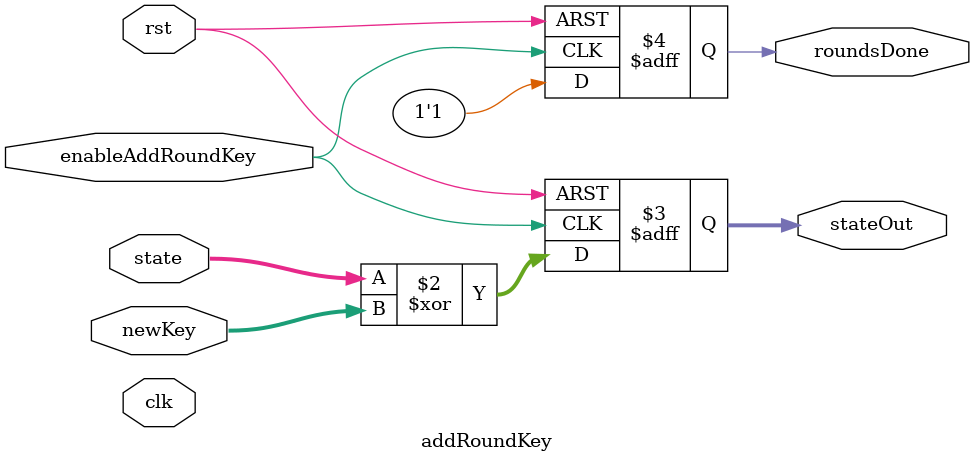
<source format=v>
module addRoundKey(		input clk, 						// input clock
						input rst, 						// input reset
						input enableAddRoundKey, 		// begin addRoundKey
						input [0:127] state, 			// unsigned 16-byte message to be encrypted
						input [0:127] newKey, 			// unsigned 16 bytes of 176-byte expanded key
						output reg [0:127] stateOut,	// unsigned 16-byte encrypted message
						output reg roundsDone);			// set when addRoundKey is finished
	
	
	always@ (posedge enableAddRoundKey, posedge rst)
		begin
			if(rst)
				begin
					stateOut = 128'd0;
					roundsDone = 1'b0;
				end
			else
				begin
					#50;
					roundsDone = 1'b0;
					stateOut = state ^ newKey;
					#50;
					roundsDone = 1'b1;
				end
		end
		
endmodule
</source>
